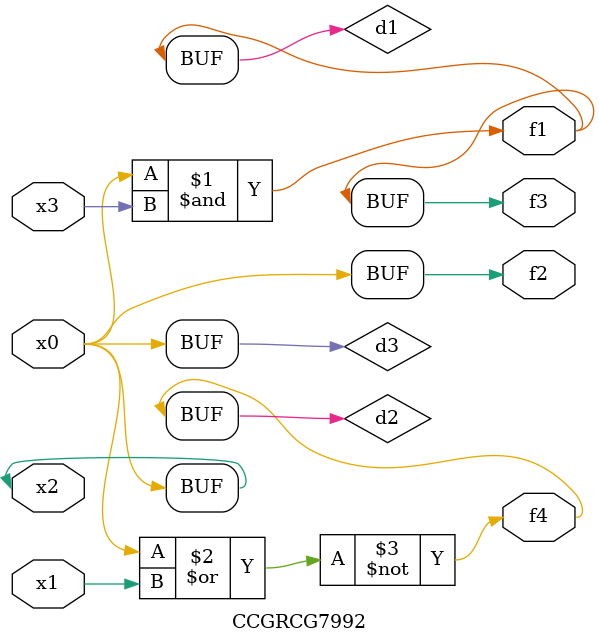
<source format=v>
module CCGRCG7992(
	input x0, x1, x2, x3,
	output f1, f2, f3, f4
);

	wire d1, d2, d3;

	and (d1, x2, x3);
	nor (d2, x0, x1);
	buf (d3, x0, x2);
	assign f1 = d1;
	assign f2 = d3;
	assign f3 = d1;
	assign f4 = d2;
endmodule

</source>
